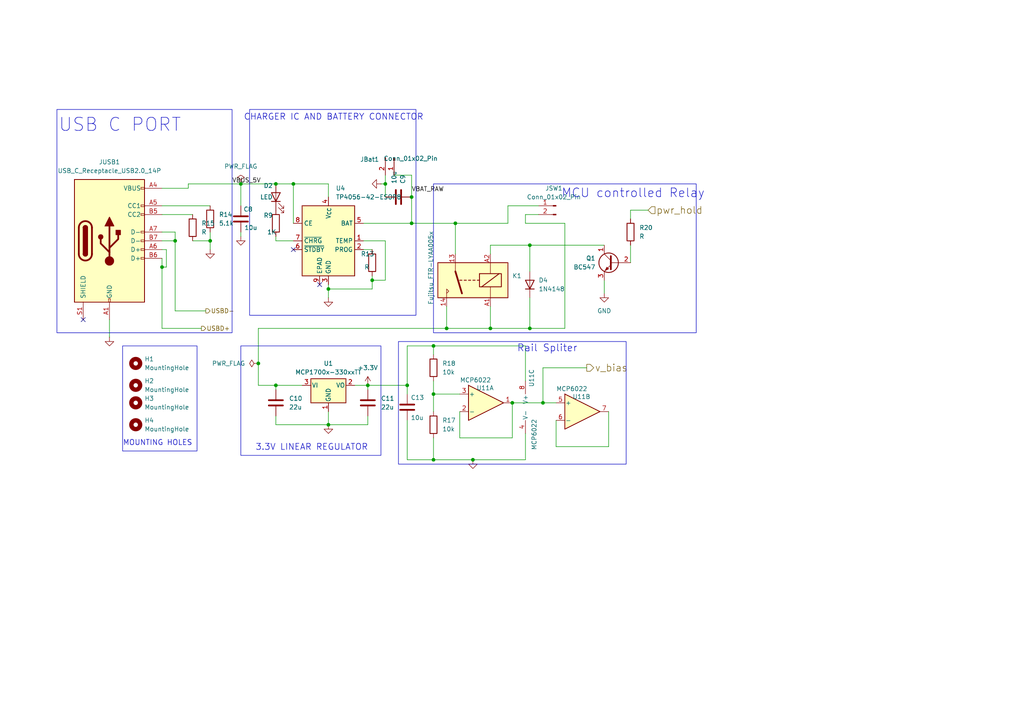
<source format=kicad_sch>
(kicad_sch (version 20250114) (generator "eeschema") (generator_version "9.0")
  (paper "A4")
  (lib_symbols
    (symbol "Amplifier_Operational:MCP6022" (pin_names (offset 0.127))
      (property "Reference" "U" (at 0 5.08 0))
      (property "Value" "MCP6022" (at 0 -5.08 0))
      (symbol "MCP6022_1_1"
        (polyline (pts (xy -5.08 5.08) (xy 5.08 0) (xy -5.08 -5.08) (xy -5.08 5.08)) (stroke (width 0.254)) (fill (type background)))
        (pin input line (at -7.62 2.54 0) (length 2.54) (name "+") (number "3"))
        (pin input line (at -7.62 -2.54 0) (length 2.54) (name "-") (number "2"))
        (pin output line (at 7.62 0 180) (length 2.54) (name "~") (number "1"))
      )
      (symbol "MCP6022_2_1"
        (polyline (pts (xy -5.08 5.08) (xy 5.08 0) (xy -5.08 -5.08) (xy -5.08 5.08)) (stroke (width 0.254)) (fill (type background)))
        (pin input line (at -7.62 2.54 0) (length 2.54) (name "+") (number "5"))
        (pin input line (at -7.62 -2.54 0) (length 2.54) (name "-") (number "6"))
        (pin output line (at 7.62 0 180) (length 2.54) (name "~") (number "7"))
      )
      (symbol "MCP6022_3_1"
        (pin power_in line (at -2.54 7.62 270) (length 3.81) (name "V+") (number "8"))
        (pin power_in line (at -2.54 -7.62 90) (length 3.81) (name "V-") (number "4"))
      )
    )
    (symbol "Battery_Management:TP4056-42-ESOP8"
      (property "Reference" "U" (at -6.604 11.684 0))
      (property "Value" "TP4056-42-ESOP8" (at 10.16 11.684 0))
      (symbol "TP4056-42-ESOP8_1_0"
        (pin input line (at -10.16 5.08 0) (length 2.54) (name "CE") (number "8"))
        (pin open_collector line (at -10.16 0 0) (length 2.54) (name "~{CHRG}") (number "7"))
        (pin open_collector line (at -10.16 -2.54 0) (length 2.54) (name "~{STDBY}") (number "6"))
        (pin passive line (at -2.54 -12.7 90) (length 2.54) (name "EPAD") (number "9"))
        (pin power_in line (at 0 12.7 270) (length 2.54) (name "V_{CC}") (number "4"))
        (pin power_in line (at 0 -12.7 90) (length 2.54) (name "GND") (number "3"))
        (pin power_out line (at 10.16 5.08 180) (length 2.54) (name "BAT") (number "5"))
        (pin input line (at 10.16 0 180) (length 2.54) (name "TEMP") (number "1"))
        (pin passive line (at 10.16 -2.54 180) (length 2.54) (name "PROG") (number "2"))
      )
      (symbol "TP4056-42-ESOP8_1_1"
        (rectangle (start -7.62 10.16) (end 7.62 -10.16) (stroke (width 0.254)) (fill (type background)))
      )
    )
    (symbol "Connector:Conn_01x02_Pin" (pin_names (offset 1.016) (hide yes))
      (property "Reference" "J" (at 0 2.54 0))
      (property "Value" "Conn_01x02_Pin" (at 0 -5.08 0))
      (symbol "Conn_01x02_Pin_1_1"
        (rectangle (start 0.8636 0.127) (end 0 -0.127) (stroke (width 0.1524)) (fill (type outline)))
        (rectangle (start 0.8636 -2.413) (end 0 -2.667) (stroke (width 0.1524)) (fill (type outline)))
        (polyline (pts (xy 1.27 0) (xy 0.8636 0)) (stroke (width 0.1524)))
        (polyline (pts (xy 1.27 -2.54) (xy 0.8636 -2.54)) (stroke (width 0.1524)))
        (pin passive line (at 5.08 0 180) (length 3.81) (name "Pin_1") (number "1"))
        (pin passive line (at 5.08 -2.54 180) (length 3.81) (name "Pin_2") (number "2"))
      )
    )
    (symbol "Connector:USB_C_Receptacle_USB2.0_14P" (pin_names (offset 1.016))
      (property "Reference" "J" (at 0 22.225 0))
      (property "Value" "USB_C_Receptacle_USB2.0_14P" (at 0 19.685 0))
      (symbol "USB_C_Receptacle_USB2.0_14P_0_0"
        (rectangle (start -0.254 -17.78) (end 0.254 -16.764))
        (rectangle (start 10.16 15.494) (end 9.144 14.986))
        (rectangle (start 10.16 10.414) (end 9.144 9.906))
        (rectangle (start 10.16 7.874) (end 9.144 7.366))
        (rectangle (start 10.16 2.794) (end 9.144 2.286))
        (rectangle (start 10.16 0.254) (end 9.144 -0.254))
        (rectangle (start 10.16 -2.286) (end 9.144 -2.794))
        (rectangle (start 10.16 -4.826) (end 9.144 -5.334))
      )
      (symbol "USB_C_Receptacle_USB2.0_14P_0_1"
        (rectangle (start -10.16 17.78) (end 10.16 -17.78) (stroke (width 0.254)) (fill (type background)))
        (polyline (pts (xy -8.89 -3.81) (xy -8.89 3.81)) (stroke (width 0.508)))
        (rectangle (start -7.62 -3.81) (end -6.35 3.81) (stroke (width 0.254)) (fill (type outline)))
        (arc (start -7.62 3.81) (mid -6.985 4.4423) (end -6.35 3.81) (stroke (width 0.254)))
        (arc (start -7.62 3.81) (mid -6.985 4.4423) (end -6.35 3.81) (stroke (width 0.254)) (fill (type outline)))
        (arc (start -8.89 3.81) (mid -6.985 5.7067) (end -5.08 3.81) (stroke (width 0.508)))
        (arc (start -5.08 -3.81) (mid -6.985 -5.7067) (end -8.89 -3.81) (stroke (width 0.508)))
        (arc (start -6.35 -3.81) (mid -6.985 -4.4423) (end -7.62 -3.81) (stroke (width 0.254)))
        (arc (start -6.35 -3.81) (mid -6.985 -4.4423) (end -7.62 -3.81) (stroke (width 0.254)) (fill (type outline)))
        (polyline (pts (xy -5.08 3.81) (xy -5.08 -3.81)) (stroke (width 0.508)))
        (circle (center -2.54 1.143) (radius 0.635) (stroke (width 0.254)) (fill (type outline)))
        (polyline (pts (xy -1.27 4.318) (xy 0 6.858) (xy 1.27 4.318) (xy -1.27 4.318)) (stroke (width 0.254)) (fill (type outline)))
        (polyline (pts (xy 0 -2.032) (xy 2.54 0.508) (xy 2.54 1.778)) (stroke (width 0.508)))
        (polyline (pts (xy 0 -3.302) (xy -2.54 -0.762) (xy -2.54 0.508)) (stroke (width 0.508)))
        (polyline (pts (xy 0 -5.842) (xy 0 4.318)) (stroke (width 0.508)))
        (circle (center 0 -5.842) (radius 1.27) (fill (type outline)))
        (rectangle (start 1.905 1.778) (end 3.175 3.048) (stroke (width 0.254)) (fill (type outline)))
      )
      (symbol "USB_C_Receptacle_USB2.0_14P_1_1"
        (pin passive line (at -7.62 -22.86 90) (length 5.08) (name "SHIELD") (number "S1"))
        (pin passive line (at 0 -22.86 90) (length 5.08) (name "GND") (number "A1"))
        (pin passive line (at 0 -22.86 90) (length 5.08) (hide yes) (name "GND") (number "A12"))
        (pin passive line (at 0 -22.86 90) (length 5.08) (hide yes) (name "GND") (number "B1"))
        (pin passive line (at 0 -22.86 90) (length 5.08) (hide yes) (name "GND") (number "B12"))
        (pin passive line (at 15.24 15.24 180) (length 5.08) (name "VBUS") (number "A4"))
        (pin passive line (at 15.24 15.24 180) (length 5.08) (hide yes) (name "VBUS") (number "A9"))
        (pin passive line (at 15.24 15.24 180) (length 5.08) (hide yes) (name "VBUS") (number "B4"))
        (pin passive line (at 15.24 15.24 180) (length 5.08) (hide yes) (name "VBUS") (number "B9"))
        (pin bidirectional line (at 15.24 10.16 180) (length 5.08) (name "CC1") (number "A5"))
        (pin bidirectional line (at 15.24 7.62 180) (length 5.08) (name "CC2") (number "B5"))
        (pin bidirectional line (at 15.24 2.54 180) (length 5.08) (name "D-") (number "A7"))
        (pin bidirectional line (at 15.24 0 180) (length 5.08) (name "D-") (number "B7"))
        (pin bidirectional line (at 15.24 -2.54 180) (length 5.08) (name "D+") (number "A6"))
        (pin bidirectional line (at 15.24 -5.08 180) (length 5.08) (name "D+") (number "B6"))
      )
    )
    (symbol "Device:C" (pin_numbers (hide yes)) (pin_names (offset 0.254))
      (property "Reference" "C" (at 0.635 2.54 0))
      (property "Value" "C" (at 0.635 -2.54 0))
      (symbol "C_0_1"
        (polyline (pts (xy -2.032 0.762) (xy 2.032 0.762)) (stroke (width 0.508)))
        (polyline (pts (xy -2.032 -0.762) (xy 2.032 -0.762)) (stroke (width 0.508)))
      )
      (symbol "C_1_1"
        (pin passive line (at 0 3.81 270) (length 2.794) (name "~") (number "1"))
        (pin passive line (at 0 -3.81 90) (length 2.794) (name "~") (number "2"))
      )
    )
    (symbol "Device:LED" (pin_numbers (hide yes)) (pin_names (offset 1.016) (hide yes))
      (property "Reference" "D" (at 0 2.54 0))
      (property "Value" "LED" (at 0 -2.54 0))
      (symbol "LED_0_1"
        (polyline (pts (xy -3.048 -0.762) (xy -4.572 -2.286) (xy -3.81 -2.286) (xy -4.572 -2.286) (xy -4.572 -1.524)))
        (polyline (pts (xy -1.778 -0.762) (xy -3.302 -2.286) (xy -2.54 -2.286) (xy -3.302 -2.286) (xy -3.302 -1.524)))
        (polyline (pts (xy -1.27 0) (xy 1.27 0)))
        (polyline (pts (xy -1.27 -1.27) (xy -1.27 1.27)) (stroke (width 0.254)))
        (polyline (pts (xy 1.27 -1.27) (xy 1.27 1.27) (xy -1.27 0) (xy 1.27 -1.27)) (stroke (width 0.254)))
      )
      (symbol "LED_1_1"
        (pin passive line (at -3.81 0 0) (length 2.54) (name "K") (number "1"))
        (pin passive line (at 3.81 0 180) (length 2.54) (name "A") (number "2"))
      )
    )
    (symbol "Device:R" (pin_numbers (hide yes)) (pin_names (offset 0))
      (property "Reference" "R" (at 2.032 0 90))
      (property "Value" "R" (at 0 0 90))
      (symbol "R_0_1"
        (rectangle (start -1.016 -2.54) (end 1.016 2.54) (stroke (width 0.254)))
      )
      (symbol "R_1_1"
        (pin passive line (at 0 3.81 270) (length 1.27) (name "~") (number "1"))
        (pin passive line (at 0 -3.81 90) (length 1.27) (name "~") (number "2"))
      )
    )
    (symbol "Diode:1N4148" (pin_numbers (hide yes)) (pin_names (hide yes))
      (property "Reference" "D" (at 0 2.54 0))
      (property "Value" "1N4148" (at 0 -2.54 0))
      (symbol "1N4148_0_1"
        (polyline (pts (xy -1.27 1.27) (xy -1.27 -1.27)) (stroke (width 0.254)))
        (polyline (pts (xy 1.27 1.27) (xy 1.27 -1.27) (xy -1.27 0) (xy 1.27 1.27)) (stroke (width 0.254)))
        (polyline (pts (xy 1.27 0) (xy -1.27 0)))
      )
      (symbol "1N4148_1_1"
        (pin passive line (at -3.81 0 0) (length 2.54) (name "K") (number "1"))
        (pin passive line (at 3.81 0 180) (length 2.54) (name "A") (number "2"))
      )
    )
    (symbol "Mechanical:MountingHole" (pin_names (offset 1.016)) (in_bom no)
      (property "Reference" "H" (at 0 5.08 0))
      (property "Value" "MountingHole" (at 0 3.175 0))
      (symbol "MountingHole_0_1"
        (circle (center 0 0) (radius 1.27) (stroke (width 1.27)))
      )
    )
    (symbol "Regulator_Linear:MCP1700x-330xxTT" (pin_names (offset 0.254))
      (property "Reference" "U" (at -3.81 3.175 0))
      (property "Value" "MCP1700x-330xxTT" (at 0 3.175 0))
      (symbol "MCP1700x-330xxTT_0_1"
        (rectangle (start -5.08 1.905) (end 5.08 -5.08) (stroke (width 0.254)) (fill (type background)))
      )
      (symbol "MCP1700x-330xxTT_1_1"
        (pin power_in line (at -7.62 0 0) (length 2.54) (name "VI") (number "3"))
        (pin power_in line (at 0 -7.62 90) (length 2.54) (name "GND") (number "1"))
        (pin power_out line (at 7.62 0 180) (length 2.54) (name "VO") (number "2"))
      )
    )
    (symbol "Relay:Fujitsu_FTR-LYAA005x"
      (property "Reference" "K" (at 11.43 3.81 0))
      (property "Value" "Fujitsu_FTR-LYAA005x" (at 11.43 1.27 0))
      (symbol "Fujitsu_FTR-LYAA005x_0_0"
        (polyline (pts (xy 7.62 5.08) (xy 7.62 2.54) (xy 6.985 3.175) (xy 7.62 3.81)))
      )
      (symbol "Fujitsu_FTR-LYAA005x_0_1"
        (rectangle (start -10.16 5.08) (end 10.16 -5.08) (stroke (width 0.254)) (fill (type background)))
        (rectangle (start -8.255 1.905) (end -1.905 -1.905) (stroke (width 0.254)))
        (polyline (pts (xy -7.62 -1.905) (xy -2.54 1.905)) (stroke (width 0.254)))
        (polyline (pts (xy -5.08 5.08) (xy -5.08 1.905)))
        (polyline (pts (xy -5.08 -5.08) (xy -5.08 -1.905)))
        (polyline (pts (xy -1.905 0) (xy -1.27 0)) (stroke (width 0.254)))
        (polyline (pts (xy -0.635 0) (xy 0 0)) (stroke (width 0.254)))
        (polyline (pts (xy 0.635 0) (xy 1.27 0)) (stroke (width 0.254)))
        (polyline (pts (xy 1.905 0) (xy 2.54 0)) (stroke (width 0.254)))
        (polyline (pts (xy 3.175 0) (xy 3.81 0)) (stroke (width 0.254)))
        (polyline (pts (xy 5.08 -2.54) (xy 3.175 3.81)) (stroke (width 0.508)))
        (polyline (pts (xy 5.08 -2.54) (xy 5.08 -5.08)))
      )
      (symbol "Fujitsu_FTR-LYAA005x_1_1"
        (pin passive line (at -5.08 7.62 270) (length 2.54) (name "~") (number "A1"))
        (pin passive line (at -5.08 -7.62 90) (length 2.54) (name "~") (number "A2"))
        (pin passive line (at 5.08 -7.62 90) (length 2.54) (name "~") (number "13"))
        (pin passive line (at 7.62 7.62 270) (length 2.54) (name "~") (number "14"))
      )
    )
    (symbol "Transistor_BJT:BC547" (pin_names (offset 0) (hide yes))
      (property "Reference" "Q" (at 5.08 1.905 0))
      (property "Value" "BC547" (at 5.08 0 0))
      (symbol "BC547_0_1"
        (polyline (pts (xy -2.54 0) (xy 0.635 0)))
        (polyline (pts (xy 0.635 1.905) (xy 0.635 -1.905)) (stroke (width 0.508)))
        (circle (center 1.27 0) (radius 2.8194) (stroke (width 0.254)))
      )
      (symbol "BC547_1_1"
        (polyline (pts (xy 0.635 0.635) (xy 2.54 2.54)))
        (polyline (pts (xy 0.635 -0.635) (xy 2.54 -2.54)))
        (polyline (pts (xy 1.27 -1.778) (xy 1.778 -1.27) (xy 2.286 -2.286) (xy 1.27 -1.778)) (fill (type outline)))
        (pin input line (at -5.08 0 0) (length 2.54) (name "B") (number "2"))
        (pin passive line (at 2.54 5.08 270) (length 2.54) (name "C") (number "1"))
        (pin passive line (at 2.54 -5.08 90) (length 2.54) (name "E") (number "3"))
      )
    )
    (symbol "power:+3.3V" (power) (pin_numbers (hide yes)) (pin_names (offset 0) (hide yes))
      (property "Value" "+3.3V" (at 0 3.556 0))
      (symbol "+3.3V_0_1"
        (polyline (pts (xy -0.762 1.27) (xy 0 2.54)))
        (polyline (pts (xy 0 2.54) (xy 0.762 1.27)))
        (polyline (pts (xy 0 0) (xy 0 2.54)))
      )
      (symbol "+3.3V_1_1"
        (pin power_in line (at 0 0 90) (length 0) (name "~") (number "1"))
      )
    )
    (symbol "power:GND" (power) (pin_numbers (hide yes)) (pin_names (offset 0) (hide yes))
      (property "Value" "GND" (at 0 -3.81 0))
      (symbol "GND_0_1"
        (polyline (pts (xy 0 0) (xy 0 -1.27) (xy 1.27 -1.27) (xy 0 -2.54) (xy -1.27 -1.27) (xy 0 -1.27)))
      )
      (symbol "GND_1_1"
        (pin power_in line (at 0 0 270) (length 0) (name "~") (number "1"))
      )
    )
    (symbol "power:PWR_FLAG" (power) (pin_numbers (hide yes)) (pin_names (offset 0) (hide yes))
      (property "Value" "PWR_FLAG" (at 0 3.81 0))
      (symbol "PWR_FLAG_0_0"
        (pin power_out line (at 0 0 90) (length 0) (name "~") (number "1"))
      )
      (symbol "PWR_FLAG_0_1"
        (polyline (pts (xy 0 0) (xy 0 1.27) (xy -1.016 1.905) (xy 0 2.54) (xy 1.016 1.905) (xy 0 1.27)))
      )
    )
  )
  (rectangle (start 72.39 31.75) (end 120.65 91.44))
  (rectangle (start 16.51 31.75) (end 67.31 96.52))
  (rectangle (start 115.57 99.06) (end 181.61 134.62))
  (rectangle (start 35.56 100.33) (end 57.15 130.81))
  (rectangle (start 125.73 53.34) (end 201.93 96.52))
  (rectangle (start 69.85 100.33) (end 110.49 132.08))
  (text "3.3V LINEAR REGULATOR\n" (at 90.424 129.794 0) (effects (font (size 1.778 1.778))))
  (text "MOUNTING HOLES\n" (at 45.72 128.524 0) (effects (font (size 1.524 1.524))))
  (text "MCU controlled Relay\n" (at 183.642 56.134 0) (effects (font (size 2.54 2.54))))
  (text "Rail Spliter \n" (at 159.512 101.092 0) (effects (font (size 2.032 2.032))))
  (text "CHARGER IC AND BATTERY CONNECTOR\n" (at 96.774 34.036 0) (effects (font (size 1.778 1.778))))
  (text "USB C PORT\n" (at 34.798 36.322 0) (effects (font (size 3.81 3.81))))
  (junction (at 148.59 116.84))
  (junction (at 85.09 53.34))
  (junction (at 137.16 133.35))
  (junction (at 69.85 53.34))
  (junction (at 46.99 77.47))
  (junction (at 80.01 111.76))
  (junction (at 95.25 83.82))
  (junction (at 107.95 81.28))
  (junction (at 74.93 105.41))
  (junction (at 80.01 53.34))
  (junction (at 125.73 114.3))
  (junction (at 157.48 116.84))
  (junction (at 125.73 133.35))
  (junction (at 111.76 53.34))
  (junction (at 153.67 95.25))
  (junction (at 95.25 123.19))
  (junction (at 142.24 95.25))
  (junction (at 119.38 64.77))
  (junction (at 129.54 95.25))
  (junction (at 50.8 69.85))
  (junction (at 60.96 69.85))
  (junction (at 119.38 57.15))
  (junction (at 132.08 64.77))
  (junction (at 118.11 111.76))
  (junction (at 106.68 111.76))
  (junction (at 153.67 71.12))
  (junction (at 125.73 100.33))
  (no_connect (at 92.71 82.55))
  (no_connect (at 24.13 92.71))
  (no_connect (at 85.09 72.39))
  (wire (pts (xy 48.26 77.47) (xy 46.99 77.47)))
  (wire (pts (xy 54.61 54.61) (xy 54.61 53.34)))
  (wire (pts (xy 80.01 111.76) (xy 87.63 111.76)))
  (wire (pts (xy 137.16 133.35) (xy 152.4 133.35)))
  (wire (pts (xy 111.76 50.8) (xy 111.76 53.34)))
  (wire (pts (xy 46.99 67.31) (xy 50.8 67.31)))
  (wire (pts (xy 80.01 123.19) (xy 95.25 123.19)))
  (wire (pts (xy 170.18 106.68) (xy 157.48 106.68)))
  (wire (pts (xy 153.67 71.12) (xy 142.24 71.12)))
  (wire (pts (xy 105.41 72.39) (xy 107.95 72.39)))
  (wire (pts (xy 132.08 64.77) (xy 147.32 64.77)))
  (wire (pts (xy 182.88 60.96) (xy 182.88 63.5)))
  (wire (pts (xy 60.96 69.85) (xy 60.96 72.39)))
  (wire (pts (xy 95.25 82.55) (xy 95.25 83.82)))
  (wire (pts (xy 69.85 53.34) (xy 80.01 53.34)))
  (wire (pts (xy 152.4 62.23) (xy 152.4 64.77)))
  (wire (pts (xy 125.73 102.87) (xy 125.73 100.33)))
  (wire (pts (xy 95.25 123.19) (xy 106.68 123.19)))
  (wire (pts (xy 46.99 69.85) (xy 50.8 69.85)))
  (wire (pts (xy 107.95 80.01) (xy 107.95 81.28)))
  (wire (pts (xy 152.4 100.33) (xy 152.4 110.49)))
  (wire (pts (xy 118.11 111.76) (xy 118.11 114.3)))
  (wire (pts (xy 125.73 133.35) (xy 125.73 127)))
  (wire (pts (xy 69.85 67.31) (xy 69.85 68.58)))
  (wire (pts (xy 118.11 133.35) (xy 118.11 121.92)))
  (wire (pts (xy 119.38 50.8) (xy 114.3 50.8)))
  (wire (pts (xy 153.67 86.36) (xy 153.67 95.25)))
  (wire (pts (xy 85.09 53.34) (xy 85.09 64.77)))
  (wire (pts (xy 118.11 100.33) (xy 118.11 111.76)))
  (wire (pts (xy 133.35 127) (xy 133.35 119.38)))
  (wire (pts (xy 48.26 72.39) (xy 48.26 77.47)))
  (wire (pts (xy 132.08 64.77) (xy 132.08 73.66)))
  (wire (pts (xy 129.54 95.25) (xy 74.93 95.25)))
  (wire (pts (xy 125.73 133.35) (xy 118.11 133.35)))
  (wire (pts (xy 152.4 125.73) (xy 152.4 133.35)))
  (wire (pts (xy 153.67 71.12) (xy 175.26 71.12)))
  (wire (pts (xy 119.38 64.77) (xy 132.08 64.77)))
  (wire (pts (xy 148.59 116.84) (xy 157.48 116.84)))
  (wire (pts (xy 50.8 69.85) (xy 50.8 90.17)))
  (wire (pts (xy 129.54 88.9) (xy 129.54 95.25)))
  (wire (pts (xy 161.29 129.54) (xy 176.53 129.54)))
  (wire (pts (xy 95.25 53.34) (xy 95.25 57.15)))
  (wire (pts (xy 163.83 95.25) (xy 163.83 64.77)))
  (wire (pts (xy 46.99 74.93) (xy 46.99 77.47)))
  (wire (pts (xy 156.21 59.69) (xy 147.32 59.69)))
  (wire (pts (xy 175.26 81.28) (xy 175.26 85.09)))
  (wire (pts (xy 118.11 100.33) (xy 125.73 100.33)))
  (wire (pts (xy 106.68 111.76) (xy 118.11 111.76)))
  (wire (pts (xy 105.41 69.85) (xy 111.76 69.85)))
  (wire (pts (xy 74.93 111.76) (xy 80.01 111.76)))
  (wire (pts (xy 148.59 127) (xy 133.35 127)))
  (wire (pts (xy 85.09 69.85) (xy 80.01 69.85)))
  (wire (pts (xy 50.8 67.31) (xy 50.8 69.85)))
  (wire (pts (xy 142.24 95.25) (xy 153.67 95.25)))
  (wire (pts (xy 176.53 129.54) (xy 176.53 119.38)))
  (wire (pts (xy 153.67 71.12) (xy 153.67 78.74)))
  (wire (pts (xy 152.4 64.77) (xy 163.83 64.77)))
  (wire (pts (xy 157.48 106.68) (xy 157.48 116.84)))
  (wire (pts (xy 46.99 72.39) (xy 48.26 72.39)))
  (wire (pts (xy 74.93 105.41) (xy 74.93 111.76)))
  (wire (pts (xy 46.99 59.69) (xy 60.96 59.69)))
  (wire (pts (xy 54.61 53.34) (xy 69.85 53.34)))
  (wire (pts (xy 148.59 116.84) (xy 148.59 127)))
  (wire (pts (xy 50.8 90.17) (xy 59.69 90.17)))
  (wire (pts (xy 142.24 71.12) (xy 142.24 73.66)))
  (wire (pts (xy 111.76 53.34) (xy 111.76 57.15)))
  (wire (pts (xy 80.01 69.85) (xy 80.01 68.58)))
  (wire (pts (xy 46.99 54.61) (xy 54.61 54.61)))
  (wire (pts (xy 111.76 81.28) (xy 107.95 81.28)))
  (wire (pts (xy 182.88 60.96) (xy 187.96 60.96)))
  (wire (pts (xy 119.38 50.8) (xy 119.38 57.15)))
  (wire (pts (xy 95.25 83.82) (xy 107.95 83.82)))
  (wire (pts (xy 74.93 95.25) (xy 74.93 105.41)))
  (wire (pts (xy 133.35 114.3) (xy 125.73 114.3)))
  (wire (pts (xy 111.76 53.34) (xy 110.49 53.34)))
  (wire (pts (xy 80.01 123.19) (xy 80.01 120.65)))
  (wire (pts (xy 142.24 88.9) (xy 142.24 95.25)))
  (wire (pts (xy 80.01 111.76) (xy 80.01 113.03)))
  (wire (pts (xy 69.85 53.34) (xy 69.85 59.69)))
  (wire (pts (xy 46.99 77.47) (xy 46.99 95.25)))
  (wire (pts (xy 46.99 95.25) (xy 58.42 95.25)))
  (wire (pts (xy 137.16 133.35) (xy 125.73 133.35)))
  (wire (pts (xy 105.41 64.77) (xy 119.38 64.77)))
  (wire (pts (xy 153.67 95.25) (xy 163.83 95.25)))
  (wire (pts (xy 119.38 57.15) (xy 119.38 64.77)))
  (wire (pts (xy 106.68 111.76) (xy 106.68 113.03)))
  (wire (pts (xy 161.29 121.92) (xy 161.29 129.54)))
  (wire (pts (xy 129.54 95.25) (xy 142.24 95.25)))
  (wire (pts (xy 80.01 53.34) (xy 85.09 53.34)))
  (wire (pts (xy 147.32 59.69) (xy 147.32 64.77)))
  (wire (pts (xy 31.75 92.71) (xy 31.75 97.79)))
  (wire (pts (xy 60.96 67.31) (xy 60.96 69.85)))
  (wire (pts (xy 106.68 111.76) (xy 102.87 111.76)))
  (wire (pts (xy 182.88 71.12) (xy 182.88 76.2)))
  (wire (pts (xy 111.76 69.85) (xy 111.76 81.28)))
  (wire (pts (xy 106.68 123.19) (xy 106.68 120.65)))
  (wire (pts (xy 125.73 114.3) (xy 125.73 110.49)))
  (wire (pts (xy 156.21 62.23) (xy 152.4 62.23)))
  (wire (pts (xy 95.25 119.38) (xy 95.25 123.19)))
  (wire (pts (xy 85.09 53.34) (xy 95.25 53.34)))
  (wire (pts (xy 125.73 114.3) (xy 125.73 119.38)))
  (wire (pts (xy 55.88 69.85) (xy 60.96 69.85)))
  (wire (pts (xy 125.73 100.33) (xy 152.4 100.33)))
  (wire (pts (xy 95.25 83.82) (xy 95.25 86.36)))
  (wire (pts (xy 157.48 116.84) (xy 161.29 116.84)))
  (wire (pts (xy 46.99 62.23) (xy 55.88 62.23)))
  (wire (pts (xy 107.95 81.28) (xy 107.95 83.82)))
  (label "VBAT_RAW" (at 119.38 55.88 0))
  (label "VBUS_5V" (at 67.31 53.34 0))
  (hierarchical_label "pwr_hold" (shape input) (at 187.96 60.96 0) (effects (font (size 2.032 2.032))))
  (hierarchical_label "v_bias" (shape output) (at 170.18 106.68 0) (effects (font (size 2.032 2.032))))
  (hierarchical_label "USBD-" (shape output) (at 59.69 90.17 0))
  (hierarchical_label "USBD+" (shape output) (at 58.42 95.25 0))
  (symbol (lib_id "Connector:Conn_01x02_Pin") (at 114.3 45.72 270) (unit 1)
    (property "Reference" "JBat1" (at 109.982 46.228 90) (effects (justify right)))
    (property "Value" "Conn_01x02_Pin" (at 127 45.974 90) (effects (justify right)))
    (property "Footprint" "Connector_JST:JST_XH_B2B-XH-A_1x02_P2.50mm_Vertical" (effects (hide yes)))
    (property "Description" "Generic connector, single row, 01x02, script generated" (effects (hide yes)))
  )
  (symbol (lib_id "power:PWR_FLAG") (at 69.85 53.34 0) (unit 1)
    (property "Reference" "#FLG03" (effects (hide yes)))
    (property "Value" "PWR_FLAG" (at 69.85 48.26 0))
    (property "Description" "Special symbol for telling ERC where power comes from" (effects (hide yes)))
  )
  (symbol (lib_id "Device:R") (at 125.73 106.68 0) (unit 1)
    (property "Reference" "R18" (at 128.27 105.4099 0) (effects (justify left)))
    (property "Value" "10k" (at 128.27 107.9499 0) (effects (justify left)))
    (property "Footprint" "Resistor_SMD:R_0805_2012Metric_Pad1.20x1.40mm_HandSolder" (effects (hide yes)))
    (property "Description" "Resistor" (effects (hide yes)))
  )
  (symbol (lib_id "Relay:Fujitsu_FTR-LYAA005x") (at 137.16 81.28 180) (unit 1)
    (property "Reference" "K1" (at 148.59 80.0099 0) (effects (justify right)))
    (property "Value" "Fujitsu_FTR-LYAA005x" (at 124.968 88.392 90) (effects (justify right)))
    (property "Footprint" "Relay_THT:Relay_SPST-NO_Fujitsu_FTR-LYAA005x_FormA_Vertical" (effects (hide yes)))
    (property "Datasheet" "https://www.fujitsu.com/sg/imagesgig5/ftr-ly.pdf" (effects (hide yes)))
    (property "Description" "Relay, SPST Form A, vertical mount, 5-60V coil, 6A, 250VAC, 28 x 5 x 15mm" (effects (hide yes)))
  )
  (symbol (lib_id "Mechanical:MountingHole") (at 39.37 105.41 0) (unit 1) (in_bom no)
    (property "Reference" "H1" (at 41.91 104.14 0) (effects (justify left)))
    (property "Value" "MountingHole" (at 41.91 106.68 0) (effects (justify left)))
    (property "Footprint" "MountingHole:MountingHole_3.2mm_M3" (effects (hide yes)))
    (property "Description" "Mounting Hole without connection" (effects (hide yes)))
  )
  (symbol (lib_id "Device:C") (at 69.85 63.5 0) (unit 1)
    (property "Reference" "C8" (at 70.612 60.706 0) (effects (justify left)))
    (property "Value" "10u" (at 70.866 66.04 0) (effects (justify left)))
    (property "Footprint" "Capacitor_SMD:C_0805_2012Metric_Pad1.18x1.45mm_HandSolder" (effects (hide yes)))
    (property "Description" "Unpolarized capacitor" (effects (hide yes)))
  )
  (symbol (lib_id "Device:R") (at 107.95 76.2 0) (unit 1)
    (property "Reference" "R13" (at 104.648 73.66 0) (effects (justify left)))
    (property "Value" "R" (at 105.664 77.47 0) (effects (justify left)))
    (property "Footprint" "Resistor_SMD:R_0805_2012Metric_Pad1.20x1.40mm_HandSolder" (effects (hide yes)))
    (property "Description" "Resistor" (effects (hide yes)))
  )
  (symbol (lib_id "Mechanical:MountingHole") (at 39.37 123.19 0) (unit 1) (in_bom no)
    (property "Reference" "H4" (at 41.91 121.92 0) (effects (justify left)))
    (property "Value" "MountingHole" (at 41.91 124.46 0) (effects (justify left)))
    (property "Footprint" "MountingHole:MountingHole_3.2mm_M3" (effects (hide yes)))
    (property "Description" "Mounting Hole without connection" (effects (hide yes)))
  )
  (symbol (lib_id "power:GND") (at 95.25 86.36 0) (unit 1)
    (property "Reference" "#PWR09" (effects (hide yes)))
    (property "Value" "GND" (effects (hide yes)))
    (property "Description" "Power symbol creates a global label with name \"GND\" , ground" (effects (hide yes)))
  )
  (symbol (lib_id "power:PWR_FLAG") (at 74.93 105.41 90) (unit 1)
    (property "Reference" "#FLG04" (effects (hide yes)))
    (property "Value" "PWR_FLAG" (at 71.12 105.41 90) (effects (justify left)))
    (property "Description" "Special symbol for telling ERC where power comes from" (effects (hide yes)))
  )
  (symbol (lib_id "power:GND") (at 175.26 85.09 0) (unit 1)
    (property "Reference" "#PWR030" (effects (hide yes)))
    (property "Value" "GND" (at 175.26 90.17 0))
    (property "Description" "Power symbol creates a global label with name \"GND\" , ground" (effects (hide yes)))
  )
  (symbol (lib_id "Amplifier_Operational:MCP6022") (at 140.97 116.84 0) (unit 1)
    (property "Reference" "U11" (at 140.716 112.522 0))
    (property "Value" "MCP6022" (at 137.922 110.236 0))
    (property "Footprint" "MCP6022-E_P:DIP787W46P254L927H533Q8" (effects (hide yes)))
    (property "Datasheet" "http://ww1.microchip.com/downloads/en/devicedoc/20001685e.pdf" (effects (hide yes)))
    (property "Description" "Dual Operational Amplifiers, Rail-to-Rail Input/Output, DIP-8/SOIC-8/TSSOP-8" (effects (hide yes)))
    (property "Sim.Library" "C:\\Users\\ADMIN\\Desktop\\a\\MCP6021_MM_B\\MCP6021.lib" (effects (hide yes)))
    (property "Sim.Name" "MCP6021" (effects (hide yes)))
    (property "Sim.Device" "SUBCKT" (effects (hide yes)))
    (property "Sim.Pins" "1=5 2=2 3=1 3=3 4=4" (effects (hide yes)))
  )
  (symbol (lib_id "Battery_Management:TP4056-42-ESOP8") (at 95.25 69.85 0) (unit 1)
    (property "Reference" "U4" (at 97.3933 54.61 0) (effects (justify left)))
    (property "Value" "TP4056-42-ESOP8" (at 97.3933 57.15 0) (effects (justify left)))
    (property "Footprint" "Package_SO:SOIC-8-1EP_3.9x4.9mm_P1.27mm_EP2.41x3.3mm_ThermalVias" (effects (hide yes)))
    (property "Datasheet" "https://www.lcsc.com/datasheet/lcsc_datasheet_2410121619_TOPPOWER-Nanjing-Extension-Microelectronics-TP4056-42-ESOP8_C16581.pdf" (effects (hide yes)))
    (property "Description" "1A Standalone Linear Li-ion/LiPo single-cell battery charger, 4.2V ±1% charge voltage, VCC = 4.0..8.0V, SOIC-8 (SOP-8)" (effects (hide yes)))
  )
  (symbol (lib_id "Device:R") (at 182.88 67.31 0) (unit 1)
    (property "Reference" "R20" (at 185.42 66.0399 0) (effects (justify left)))
    (property "Value" "R" (at 185.42 68.5799 0) (effects (justify left)))
    (property "Footprint" "Resistor_SMD:R_0805_2012Metric_Pad1.20x1.40mm_HandSolder" (effects (hide yes)))
    (property "Description" "Resistor" (effects (hide yes)))
  )
  (symbol (lib_id "Transistor_BJT:BC547") (at 177.8 76.2 0) (mirror y) (unit 1)
    (property "Reference" "Q1" (at 172.72 74.9299 0) (effects (justify left)))
    (property "Value" "BC547" (at 172.72 77.4699 0) (effects (justify left)))
    (property "Footprint" "Package_TO_SOT_THT:TO-92_Inline" (effects (hide yes)))
    (property "Datasheet" "https://www.onsemi.com/pub/Collateral/BC550-D.pdf" (effects (hide yes)))
    (property "Description" "0.1A Ic, 45V Vce, Small Signal NPN Transistor, TO-92" (effects (hide yes)))
  )
  (symbol (lib_id "Diode:1N4148") (at 153.67 82.55 90) (unit 1)
    (property "Reference" "D4" (at 156.21 81.28 90) (effects (justify right)))
    (property "Value" "1N4148" (at 156.21 83.82 90) (effects (justify right)))
    (property "Footprint" "Diode_THT:D_DO-35_SOD27_P7.62mm_Horizontal" (effects (hide yes)))
    (property "Datasheet" "https://assets.nexperia.com/documents/data-sheet/1N4148_1N4448.pdf" (effects (hide yes)))
    (property "Description" "100V 0.15A standard switching diode, DO-35" (effects (hide yes)))
    (property "Sim.Device" "D" (effects (hide yes)))
    (property "Sim.Pins" "1=K 2=A" (effects (hide yes)))
  )
  (symbol (lib_id "Device:C") (at 106.68 116.84 0) (unit 1)
    (property "Reference" "C11" (at 110.49 115.5699 0) (effects (justify left)))
    (property "Value" "22u" (at 110.49 118.1099 0) (effects (justify left)))
    (property "Footprint" "Capacitor_SMD:C_0805_2012Metric_Pad1.18x1.45mm_HandSolder" (effects (hide yes)))
    (property "Description" "Unpolarized capacitor" (effects (hide yes)))
  )
  (symbol (lib_id "Mechanical:MountingHole") (at 39.37 111.76 0) (unit 1) (in_bom no)
    (property "Reference" "H2" (at 41.91 110.49 0) (effects (justify left)))
    (property "Value" "MountingHole" (at 41.91 113.03 0) (effects (justify left)))
    (property "Footprint" "MountingHole:MountingHole_3.2mm_M3" (effects (hide yes)))
    (property "Description" "Mounting Hole without connection" (effects (hide yes)))
  )
  (symbol (lib_id "power:GND") (at 137.16 133.35 0) (unit 1)
    (property "Reference" "#PWR025" (effects (hide yes)))
    (property "Value" "GND" (effects (hide yes)))
    (property "Description" "Power symbol creates a global label with name \"GND\" , ground" (effects (hide yes)))
  )
  (symbol (lib_id "power:+3.3V") (at 106.68 111.76 0) (unit 1)
    (property "Reference" "#PWR031" (effects (hide yes)))
    (property "Value" "+3.3V" (at 106.68 106.68 0))
    (property "Description" "Power symbol creates a global label with name \"+3.3V\"" (effects (hide yes)))
  )
  (symbol (lib_id "power:GND") (at 95.25 123.19 0) (unit 1)
    (property "Reference" "#PWR016" (effects (hide yes)))
    (property "Value" "GND" (effects (hide yes)))
    (property "Description" "Power symbol creates a global label with name \"GND\" , ground" (effects (hide yes)))
  )
  (symbol (lib_id "Device:C") (at 115.57 57.15 270) (mirror x) (unit 1)
    (property "Reference" "C9" (at 116.8401 53.34 0) (effects (justify left)))
    (property "Value" "10u" (at 114.3001 53.34 0) (effects (justify left)))
    (property "Footprint" "Capacitor_SMD:C_0805_2012Metric_Pad1.18x1.45mm_HandSolder" (effects (hide yes)))
    (property "Description" "Unpolarized capacitor" (effects (hide yes)))
  )
  (symbol (lib_id "power:GND") (at 60.96 72.39 0) (unit 1)
    (property "Reference" "#PWR014" (effects (hide yes)))
    (property "Value" "GND" (effects (hide yes)))
    (property "Description" "Power symbol creates a global label with name \"GND\" , ground" (effects (hide yes)))
  )
  (symbol (lib_id "Connector:USB_C_Receptacle_USB2.0_14P") (at 31.75 69.85 0) (unit 1)
    (property "Reference" "JUSB1" (at 31.75 46.99 0))
    (property "Value" "USB_C_Receptacle_USB2.0_14P" (at 31.75 49.53 0))
    (property "Footprint" "Connector_USB:USB_C_Receptacle_HRO_TYPE-C-31-M-12" (effects (hide yes)))
    (property "Datasheet" "https://www.usb.org/sites/default/files/documents/usb_type-c.zip" (effects (hide yes)))
    (property "Description" "USB 2.0-only 14P Type-C Receptacle connector" (effects (hide yes)))
  )
  (symbol (lib_id "Amplifier_Operational:MCP6022") (at 154.94 118.11 0) (unit 3)
    (property "Reference" "U11" (at 154.178 112.268 90) (effects (justify left)))
    (property "Value" "MCP6022" (at 154.94 130.556 90) (effects (justify left)))
    (property "Footprint" "MCP6022-E_P:DIP787W46P254L927H533Q8" (effects (hide yes)))
    (property "Datasheet" "http://ww1.microchip.com/downloads/en/devicedoc/20001685e.pdf" (effects (hide yes)))
    (property "Description" "Dual Operational Amplifiers, Rail-to-Rail Input/Output, DIP-8/SOIC-8/TSSOP-8" (effects (hide yes)))
    (property "Sim.Library" "C:\\Users\\ADMIN\\Desktop\\a\\MCP6021_MM_B\\MCP6021.lib" (effects (hide yes)))
    (property "Sim.Name" "MCP6021" (effects (hide yes)))
    (property "Sim.Device" "SUBCKT" (effects (hide yes)))
    (property "Sim.Pins" "1=5 2=2 3=1 3=3 4=4" (effects (hide yes)))
  )
  (symbol (lib_id "Mechanical:MountingHole") (at 39.37 116.84 0) (unit 1) (in_bom no)
    (property "Reference" "H3" (at 41.91 115.57 0) (effects (justify left)))
    (property "Value" "MountingHole" (at 41.91 118.11 0) (effects (justify left)))
    (property "Footprint" "MountingHole:MountingHole_3.2mm_M3" (effects (hide yes)))
    (property "Description" "Mounting Hole without connection" (effects (hide yes)))
  )
  (symbol (lib_id "Device:C") (at 80.01 116.84 0) (unit 1)
    (property "Reference" "C10" (at 83.82 115.5699 0) (effects (justify left)))
    (property "Value" "22u" (at 83.82 118.1099 0) (effects (justify left)))
    (property "Footprint" "Capacitor_SMD:C_0805_2012Metric_Pad1.18x1.45mm_HandSolder" (effects (hide yes)))
    (property "Description" "Unpolarized capacitor" (effects (hide yes)))
  )
  (symbol (lib_id "power:GND") (at 110.49 53.34 270) (mirror x) (unit 1)
    (property "Reference" "#PWR013" (effects (hide yes)))
    (property "Value" "GND" (effects (hide yes)))
    (property "Description" "Power symbol creates a global label with name \"GND\" , ground" (effects (hide yes)))
  )
  (symbol (lib_id "Device:R") (at 80.01 64.77 0) (unit 1)
    (property "Reference" "R9" (at 76.454 62.484 0) (effects (justify left)))
    (property "Value" "1K" (at 77.47 67.31 0) (effects (justify left)))
    (property "Footprint" "Resistor_SMD:R_0805_2012Metric_Pad1.20x1.40mm_HandSolder" (effects (hide yes)))
    (property "Description" "Resistor" (effects (hide yes)))
  )
  (symbol (lib_id "Device:C") (at 118.11 118.11 0) (unit 1)
    (property "Reference" "C13" (at 119.126 115.316 0) (effects (justify left)))
    (property "Value" "10u" (at 119.126 121.158 0) (effects (justify left)))
    (property "Footprint" "Capacitor_SMD:C_0805_2012Metric_Pad1.18x1.45mm_HandSolder" (effects (hide yes)))
    (property "Description" "Unpolarized capacitor" (effects (hide yes)))
  )
  (symbol (lib_id "Amplifier_Operational:MCP6022") (at 168.91 119.38 0) (unit 2)
    (property "Reference" "U11" (at 168.656 115.062 0))
    (property "Value" "MCP6022" (at 165.862 112.776 0))
    (property "Footprint" "MCP6022-E_P:DIP787W46P254L927H533Q8" (effects (hide yes)))
    (property "Datasheet" "http://ww1.microchip.com/downloads/en/devicedoc/20001685e.pdf" (effects (hide yes)))
    (property "Description" "Dual Operational Amplifiers, Rail-to-Rail Input/Output, DIP-8/SOIC-8/TSSOP-8" (effects (hide yes)))
    (property "Sim.Library" "C:\\Users\\ADMIN\\Desktop\\a\\MCP6021_MM_B\\MCP6021.lib" (effects (hide yes)))
    (property "Sim.Name" "MCP6021" (effects (hide yes)))
    (property "Sim.Device" "SUBCKT" (effects (hide yes)))
    (property "Sim.Pins" "1=5 2=2 3=1 3=3 4=4" (effects (hide yes)))
  )
  (symbol (lib_id "Device:LED") (at 80.01 57.15 90) (unit 1)
    (property "Reference" "D2" (at 76.454 53.848 90) (effects (justify right)))
    (property "Value" "LED" (at 75.438 57.15 90) (effects (justify right)))
    (property "Footprint" "LED_SMD:LED_0805_2012Metric_Pad1.15x1.40mm_HandSolder" (effects (hide yes)))
    (property "Description" "Light emitting diode" (effects (hide yes)))
    (property "Sim.Pins" "1=K 2=A" (effects (hide yes)))
  )
  (symbol (lib_id "power:GND") (at 31.75 97.79 0) (unit 1)
    (property "Reference" "#PWR015" (effects (hide yes)))
    (property "Value" "GND" (effects (hide yes)))
    (property "Description" "Power symbol creates a global label with name \"GND\" , ground" (effects (hide yes)))
  )
  (symbol (lib_id "Device:R") (at 55.88 66.04 0) (unit 1)
    (property "Reference" "R15" (at 58.42 64.77 0) (effects (justify left)))
    (property "Value" "R" (at 58.42 67.31 0) (effects (justify left)))
    (property "Footprint" "Resistor_SMD:R_0805_2012Metric_Pad1.20x1.40mm_HandSolder" (effects (hide yes)))
    (property "Description" "Resistor" (effects (hide yes)))
  )
  (symbol (lib_id "Device:R") (at 125.73 123.19 0) (unit 1)
    (property "Reference" "R17" (at 128.27 121.9199 0) (effects (justify left)))
    (property "Value" "10k" (at 128.27 124.4599 0) (effects (justify left)))
    (property "Footprint" "Resistor_SMD:R_0805_2012Metric_Pad1.20x1.40mm_HandSolder" (effects (hide yes)))
    (property "Description" "Resistor" (effects (hide yes)))
  )
  (symbol (lib_id "power:GND") (at 69.85 68.58 0) (unit 1)
    (property "Reference" "#PWR07" (effects (hide yes)))
    (property "Value" "GND" (effects (hide yes)))
    (property "Description" "Power symbol creates a global label with name \"GND\" , ground" (effects (hide yes)))
  )
  (symbol (lib_id "Connector:Conn_01x02_Pin") (at 161.29 59.69 0) (mirror y) (unit 1)
    (property "Reference" "JSW1" (at 160.655 54.61 0))
    (property "Value" "Conn_01x02_Pin" (at 160.655 57.15 0))
    (property "Footprint" "Connector_JST:JST_EH_B2B-EH-A_1x02_P2.50mm_Vertical" (effects (hide yes)))
    (property "Description" "Generic connector, single row, 01x02, script generated" (effects (hide yes)))
  )
  (symbol (lib_id "Regulator_Linear:MCP1700x-330xxTT") (at 95.25 111.76 0) (unit 1)
    (property "Reference" "U1" (at 95.25 105.41 0))
    (property "Value" "MCP1700x-330xxTT" (at 95.25 107.95 0))
    (property "Footprint" "Package_TO_SOT_SMD:SOT-23" (effects (hide yes)))
    (property "Datasheet" "http://ww1.microchip.com/downloads/en/DeviceDoc/20001826D.pdf" (effects (hide yes)))
    (property "Description" "250mA Low Quiscent Current LDO, 3.3V output, SOT-23" (effects (hide yes)))
  )
  (symbol (lib_id "Device:R") (at 60.96 63.5 0) (unit 1)
    (property "Reference" "R14" (at 63.5 62.2299 0) (effects (justify left)))
    (property "Value" "5.1k" (at 63.5 64.7699 0) (effects (justify left)))
    (property "Footprint" "Resistor_SMD:R_0805_2012Metric_Pad1.20x1.40mm_HandSolder" (effects (hide yes)))
    (property "Description" "Resistor" (effects (hide yes)))
  )
)
</source>
